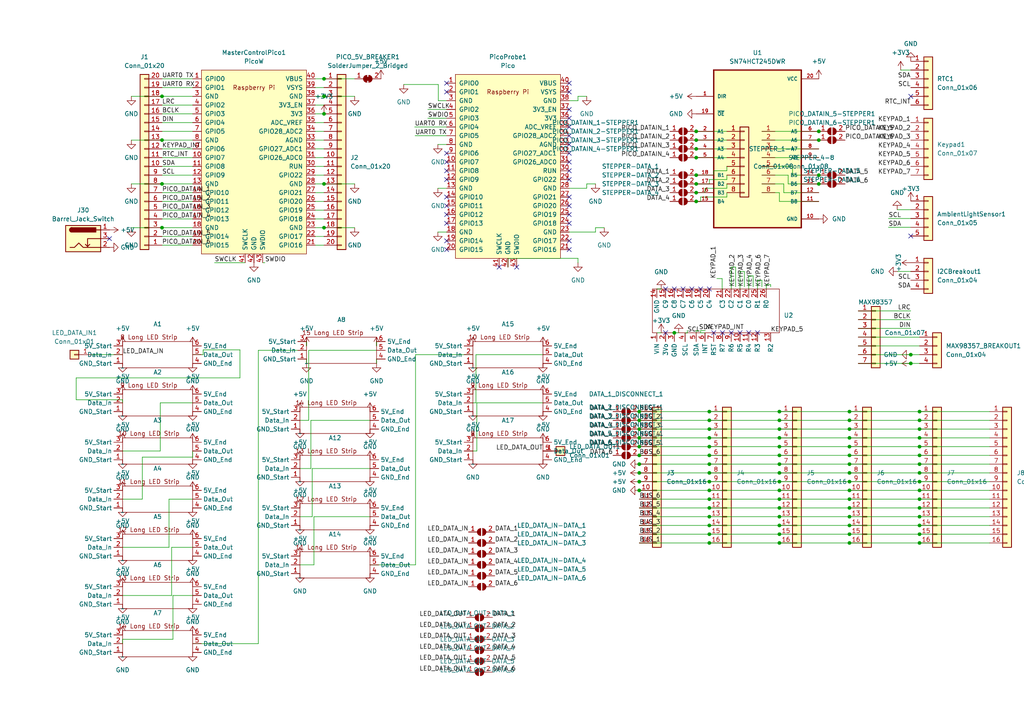
<source format=kicad_sch>
(kicad_sch (version 20230121) (generator eeschema)
  (paper "A4")
  (junction (at 195.58 96.52))
  (junction (at 246.38 139.7))
  (junction (at 266.7 119.38))
  (junction (at 205.74 129.54))
  (junction (at 226.06 124.46))
  (junction (at 185.42 127))
  (junction (at 266.7 147.32))
  (junction (at 226.06 144.78))
  (junction (at 266.7 154.94))
  (junction (at 226.06 154.94))
  (junction (at 205.74 137.16))
  (junction (at 185.42 124.46))
  (junction (at 246.38 137.16))
  (junction (at 266.7 139.7))
  (junction (at 246.38 129.54))
  (junction (at 201.93 53.34))
  (junction (at 226.06 142.24))
  (junction (at 246.38 127))
  (junction (at 185.42 119.38))
  (junction (at 237.49 40.64))
  (junction (at 246.38 142.24))
  (junction (at 205.74 154.94))
  (junction (at 264.16 105.41))
  (junction (at 266.7 149.86))
  (junction (at 246.38 149.86))
  (junction (at 264.16 102.87))
  (junction (at 266.7 124.46))
  (junction (at 266.7 142.24))
  (junction (at 266.7 129.54))
  (junction (at 185.42 132.08))
  (junction (at 205.74 149.86))
  (junction (at 201.93 58.42))
  (junction (at 226.06 157.48))
  (junction (at 266.7 127))
  (junction (at 205.74 142.24))
  (junction (at 205.74 132.08))
  (junction (at 226.06 121.92))
  (junction (at 93.98 33.02))
  (junction (at 93.98 53.34))
  (junction (at 226.06 119.38))
  (junction (at 246.38 124.46))
  (junction (at 93.98 22.86))
  (junction (at 185.42 121.92))
  (junction (at 201.93 45.72))
  (junction (at 266.7 157.48))
  (junction (at 93.98 66.04))
  (junction (at 246.38 121.92))
  (junction (at 246.38 157.48))
  (junction (at 266.7 121.92))
  (junction (at 246.38 147.32))
  (junction (at 201.93 40.64))
  (junction (at 266.7 132.08))
  (junction (at 201.93 50.8))
  (junction (at 266.7 144.78))
  (junction (at 201.93 43.18))
  (junction (at 185.42 134.62))
  (junction (at 266.7 152.4))
  (junction (at 185.42 137.16))
  (junction (at 46.99 27.94))
  (junction (at 266.7 137.16))
  (junction (at 246.38 119.38))
  (junction (at 46.99 66.04))
  (junction (at 205.74 127))
  (junction (at 185.42 129.54))
  (junction (at 205.74 144.78))
  (junction (at 46.99 40.64))
  (junction (at 237.49 50.8))
  (junction (at 226.06 134.62))
  (junction (at 226.06 137.16))
  (junction (at 226.06 129.54))
  (junction (at 226.06 132.08))
  (junction (at 205.74 119.38))
  (junction (at 246.38 154.94))
  (junction (at 266.7 134.62))
  (junction (at 226.06 152.4))
  (junction (at 237.49 53.34))
  (junction (at 205.74 121.92))
  (junction (at 201.93 55.88))
  (junction (at 205.74 124.46))
  (junction (at 246.38 144.78))
  (junction (at 93.98 27.94))
  (junction (at 185.42 139.7))
  (junction (at 46.99 53.34))
  (junction (at 246.38 134.62))
  (junction (at 201.93 38.1))
  (junction (at 246.38 132.08))
  (junction (at 246.38 152.4))
  (junction (at 226.06 149.86))
  (junction (at 205.74 139.7))
  (junction (at 237.49 38.1))
  (junction (at 226.06 127))
  (junction (at 205.74 152.4))
  (junction (at 226.06 147.32))
  (junction (at 205.74 157.48))
  (junction (at 226.06 139.7))
  (junction (at 205.74 134.62))
  (junction (at 205.74 147.32))
  (junction (at 185.42 142.24))
  (no_connect (at 129.54 46.99))
  (no_connect (at 219.71 96.52))
  (no_connect (at 165.1 34.29))
  (no_connect (at 165.1 46.99))
  (no_connect (at 214.63 96.52))
  (no_connect (at 165.1 31.75))
  (no_connect (at 165.1 24.13))
  (no_connect (at 264.16 68.453))
  (no_connect (at 212.09 96.52))
  (no_connect (at 165.1 44.45))
  (no_connect (at 165.1 36.83))
  (no_connect (at 129.54 62.23))
  (no_connect (at 129.54 49.53))
  (no_connect (at 129.54 59.69))
  (no_connect (at 195.58 83.82))
  (no_connect (at 165.1 39.37))
  (no_connect (at 165.1 72.39))
  (no_connect (at 165.1 49.53))
  (no_connect (at 207.01 96.52))
  (no_connect (at 198.12 83.82))
  (no_connect (at 165.1 64.77))
  (no_connect (at 129.54 44.45))
  (no_connect (at 165.1 57.15))
  (no_connect (at 144.78 77.47))
  (no_connect (at 203.2 83.82))
  (no_connect (at 193.04 83.82))
  (no_connect (at 165.1 62.23))
  (no_connect (at 165.1 59.69))
  (no_connect (at 165.1 26.67))
  (no_connect (at 200.66 83.82))
  (no_connect (at 129.54 57.15))
  (no_connect (at 209.55 96.52))
  (no_connect (at 129.54 24.13))
  (no_connect (at 129.54 52.07))
  (no_connect (at 129.54 64.77))
  (no_connect (at 165.1 69.85))
  (no_connect (at 193.04 96.52))
  (no_connect (at 31.75 69.215))
  (no_connect (at 129.54 72.39))
  (no_connect (at 264.16 27.94))
  (no_connect (at 149.86 77.47))
  (no_connect (at 129.54 26.67))
  (no_connect (at 129.54 69.85))
  (no_connect (at 165.1 41.91))
  (no_connect (at 217.17 96.52))
  (no_connect (at 165.1 52.07))
  (no_connect (at 205.74 83.82))
  (wire (pts (xy 55.88 102.87) (xy 58.928 102.87)))
  (wire (pts (xy 46.99 33.02) (xy 55.88 33.02)))
  (wire (pts (xy 266.7 127) (xy 287.02 127)))
  (wire (pts (xy 46.99 43.18) (xy 55.88 43.18)))
  (wire (pts (xy 226.06 149.86) (xy 246.38 149.86)))
  (wire (pts (xy 127.127 24.511) (xy 127.127 29.21)))
  (wire (pts (xy 185.42 157.48) (xy 205.74 157.48)))
  (wire (pts (xy 227.33 53.34) (xy 227.33 55.88)))
  (wire (pts (xy 167.64 27.94) (xy 170.18 27.94)))
  (wire (pts (xy 91.44 25.4) (xy 93.98 25.4)))
  (wire (pts (xy 120.523 163.83) (xy 120.523 102.87)))
  (wire (pts (xy 35.56 185.42) (xy 35.56 186.69)))
  (wire (pts (xy 157.48 102.87) (xy 138.049 102.87)))
  (wire (pts (xy 210.82 49.53) (xy 207.01 49.53)))
  (wire (pts (xy 91.44 66.04) (xy 93.98 66.04)))
  (wire (pts (xy 219.71 81.28) (xy 220.98 81.28)))
  (wire (pts (xy 46.99 30.48) (xy 55.88 30.48)))
  (wire (pts (xy 91.44 58.42) (xy 93.98 58.42)))
  (wire (pts (xy 167.64 29.21) (xy 167.64 27.94)))
  (wire (pts (xy 185.42 121.92) (xy 205.74 121.92)))
  (wire (pts (xy 226.06 58.42) (xy 237.49 58.42)))
  (wire (pts (xy 266.7 124.46) (xy 287.02 124.46)))
  (wire (pts (xy 210.82 55.88) (xy 210.82 57.15)))
  (wire (pts (xy 226.06 134.62) (xy 246.38 134.62)))
  (wire (pts (xy 209.4484 83.82) (xy 209.55 83.82)))
  (wire (pts (xy 185.42 144.78) (xy 205.74 144.78)))
  (wire (pts (xy 138.049 102.87) (xy 138.049 116.84)))
  (wire (pts (xy 165.1 54.61) (xy 170.18 54.61)))
  (wire (pts (xy 93.98 66.04) (xy 102.87 66.04)))
  (wire (pts (xy 246.38 119.38) (xy 266.7 119.38)))
  (wire (pts (xy 248.92 102.87) (xy 264.16 102.87)))
  (wire (pts (xy 120.396 39.37) (xy 129.54 39.37)))
  (wire (pts (xy 217.17 83.82) (xy 217.17 80.01)))
  (wire (pts (xy 226.06 139.7) (xy 246.38 139.7)))
  (wire (pts (xy 91.44 38.1) (xy 93.98 38.1)))
  (wire (pts (xy 185.42 152.4) (xy 205.74 152.4)))
  (wire (pts (xy 55.88 132.588) (xy 41.275 132.588)))
  (wire (pts (xy 91.44 43.18) (xy 93.98 43.18)))
  (wire (pts (xy 246.38 132.08) (xy 266.7 132.08)))
  (wire (pts (xy 207.01 49.53) (xy 207.01 50.8)))
  (wire (pts (xy 124.079 34.29) (xy 129.54 34.29)))
  (wire (pts (xy 205.74 124.46) (xy 226.06 124.46)))
  (wire (pts (xy 38.1 27.94) (xy 46.99 27.94)))
  (wire (pts (xy 246.38 127) (xy 266.7 127)))
  (wire (pts (xy 91.44 63.5) (xy 93.98 63.5)))
  (wire (pts (xy 55.88 158.75) (xy 49.784 158.75)))
  (wire (pts (xy 246.38 144.78) (xy 266.7 144.78)))
  (wire (pts (xy 246.38 139.7) (xy 266.7 139.7)))
  (wire (pts (xy 220.98 50.8) (xy 228.6 50.8)))
  (wire (pts (xy 218.44 80.01) (xy 218.44 83.185)))
  (wire (pts (xy 91.44 55.88) (xy 93.98 55.88)))
  (wire (pts (xy 201.93 38.1) (xy 210.82 38.1)))
  (wire (pts (xy 38.1 53.34) (xy 46.99 53.34)))
  (wire (pts (xy 55.88 130.81) (xy 55.88 132.588)))
  (wire (pts (xy 205.74 52.07) (xy 205.74 53.34)))
  (wire (pts (xy 266.7 121.92) (xy 287.02 121.92)))
  (wire (pts (xy 205.74 152.4) (xy 226.06 152.4)))
  (wire (pts (xy 220.98 40.64) (xy 237.49 40.64)))
  (wire (pts (xy 205.74 134.62) (xy 226.06 134.62)))
  (wire (pts (xy 22.098 109.601) (xy 22.098 115.951)))
  (wire (pts (xy 147.32 74.93) (xy 167.64 74.93)))
  (wire (pts (xy 91.44 71.12) (xy 93.98 71.12)))
  (wire (pts (xy 165.1 29.21) (xy 167.64 29.21)))
  (wire (pts (xy 91.44 30.48) (xy 93.98 30.48)))
  (wire (pts (xy 185.42 119.38) (xy 205.74 119.38)))
  (wire (pts (xy 35.56 158.75) (xy 49.022 158.75)))
  (wire (pts (xy 205.74 132.08) (xy 226.06 132.08)))
  (wire (pts (xy 107.315 135.89) (xy 90.551 135.89)))
  (wire (pts (xy 127 54.61) (xy 129.54 54.61)))
  (wire (pts (xy 246.38 157.48) (xy 266.7 157.48)))
  (wire (pts (xy 91.44 22.86) (xy 93.98 22.86)))
  (wire (pts (xy 207.9244 80.7974) (xy 209.4484 80.7974)))
  (wire (pts (xy 199.3504 95.885) (xy 199.39 95.885)))
  (wire (pts (xy 215.9 78.74) (xy 215.9 83.185)))
  (wire (pts (xy 257.683 63.373) (xy 264.16 63.373)))
  (wire (pts (xy 205.74 157.48) (xy 226.06 157.48)))
  (wire (pts (xy 26.67 102.87) (xy 35.56 102.87)))
  (wire (pts (xy 266.7 144.78) (xy 287.02 144.78)))
  (wire (pts (xy 266.7 149.86) (xy 287.02 149.86)))
  (wire (pts (xy 41.275 132.588) (xy 41.275 144.78)))
  (wire (pts (xy 214.63 83.82) (xy 214.63 78.74)))
  (wire (pts (xy 210.82 57.15) (xy 203.2 57.15)))
  (wire (pts (xy 203.2 96.52) (xy 204.47 96.52)))
  (wire (pts (xy 185.42 154.94) (xy 205.74 154.94)))
  (wire (pts (xy 35.56 115.951) (xy 35.56 116.84)))
  (wire (pts (xy 201.93 45.72) (xy 210.82 45.72)))
  (wire (pts (xy 226.06 55.88) (xy 226.06 58.42)))
  (wire (pts (xy 107.315 149.86) (xy 91.059 149.86)))
  (wire (pts (xy 203.2 96.52) (xy 203.2 95.885)))
  (wire (pts (xy 89.535 121.92) (xy 86.995 121.92)))
  (wire (pts (xy 185.42 134.62) (xy 205.74 134.62)))
  (wire (pts (xy 226.06 142.24) (xy 246.38 142.24)))
  (wire (pts (xy 167.64 74.93) (xy 167.64 76.2)))
  (wire (pts (xy 69.596 101.473) (xy 69.596 109.601)))
  (wire (pts (xy 46.99 60.96) (xy 55.88 60.96)))
  (wire (pts (xy 58.928 102.87) (xy 58.928 101.473)))
  (wire (pts (xy 46.99 55.88) (xy 55.88 55.88)))
  (wire (pts (xy 226.06 124.46) (xy 246.38 124.46)))
  (wire (pts (xy 226.06 119.38) (xy 246.38 119.38)))
  (wire (pts (xy 46.99 53.34) (xy 55.88 53.34)))
  (wire (pts (xy 266.7 157.48) (xy 287.02 157.48)))
  (wire (pts (xy 127 41.91) (xy 129.54 41.91)))
  (wire (pts (xy 205.74 119.38) (xy 226.06 119.38)))
  (wire (pts (xy 49.784 158.75) (xy 49.784 172.72)))
  (wire (pts (xy 266.7 154.94) (xy 287.02 154.94)))
  (wire (pts (xy 203.2 95.885) (xy 204.5845 95.885)))
  (wire (pts (xy 46.99 27.94) (xy 55.88 27.94)))
  (wire (pts (xy 223.52 82.55) (xy 223.52 83.185)))
  (wire (pts (xy 226.06 137.16) (xy 246.38 137.16)))
  (wire (pts (xy 46.99 40.64) (xy 55.88 40.64)))
  (wire (pts (xy 248.92 105.41) (xy 264.16 105.41)))
  (wire (pts (xy 91.44 45.72) (xy 93.98 45.72)))
  (wire (pts (xy 55.88 172.72) (xy 50.165 172.72)))
  (wire (pts (xy 46.99 25.4) (xy 55.88 25.4)))
  (wire (pts (xy 229.87 48.26) (xy 229.87 50.8)))
  (wire (pts (xy 266.7 97.79) (xy 248.92 97.79)))
  (wire (pts (xy 266.7 132.08) (xy 287.02 132.08)))
  (wire (pts (xy 266.7 139.7) (xy 287.02 139.7)))
  (wire (pts (xy 260.35 78.74) (xy 264.16 78.74)))
  (wire (pts (xy 246.38 134.62) (xy 266.7 134.62)))
  (wire (pts (xy 138.303 130.81) (xy 137.16 130.81)))
  (wire (pts (xy 217.17 80.01) (xy 218.44 80.01)))
  (wire (pts (xy 120.523 102.87) (xy 137.16 102.87)))
  (wire (pts (xy 117.094 24.511) (xy 127.127 24.511)))
  (wire (pts (xy 190.5 83.82) (xy 191.77 83.82)))
  (wire (pts (xy 90.17 135.89) (xy 86.995 135.89)))
  (wire (pts (xy 90.551 149.86) (xy 86.995 149.86)))
  (wire (pts (xy 147.32 77.47) (xy 147.32 74.93)))
  (wire (pts (xy 93.98 53.34) (xy 102.87 53.34)))
  (wire (pts (xy 120.269 36.83) (xy 129.54 36.83)))
  (wire (pts (xy 246.38 154.94) (xy 266.7 154.94)))
  (wire (pts (xy 228.6 50.8) (xy 228.6 53.34)))
  (wire (pts (xy 185.42 132.08) (xy 205.74 132.08)))
  (wire (pts (xy 38.1 66.04) (xy 46.99 66.04)))
  (wire (pts (xy 46.482 116.84) (xy 46.482 130.81)))
  (wire (pts (xy 199.3504 96.5608) (xy 199.3504 95.885)))
  (wire (pts (xy 185.42 142.24) (xy 205.74 142.24)))
  (wire (pts (xy 248.92 95.25) (xy 264.16 95.25)))
  (wire (pts (xy 266.7 102.87) (xy 264.16 102.87)))
  (wire (pts (xy 209.4484 80.7974) (xy 209.4484 83.82)))
  (wire (pts (xy 138.303 116.84) (xy 138.303 130.81)))
  (wire (pts (xy 226.06 121.92) (xy 246.38 121.92)))
  (wire (pts (xy 248.92 90.17) (xy 264.16 90.17)))
  (wire (pts (xy 46.482 130.81) (xy 35.56 130.81)))
  (wire (pts (xy 90.17 121.92) (xy 90.17 135.89)))
  (wire (pts (xy 109.22 104.14) (xy 109.22 105.41)))
  (wire (pts (xy 246.38 152.4) (xy 266.7 152.4)))
  (wire (pts (xy 38.1 40.64) (xy 46.99 40.64)))
  (wire (pts (xy 220.98 43.18) (xy 237.49 43.18)))
  (wire (pts (xy 205.74 139.7) (xy 226.06 139.7)))
  (wire (pts (xy 205.74 127) (xy 226.06 127)))
  (wire (pts (xy 214.63 78.74) (xy 215.9 78.74)))
  (wire (pts (xy 172.72 66.04) (xy 175.26 66.04)))
  (wire (pts (xy 55.88 116.84) (xy 46.482 116.84)))
  (wire (pts (xy 50.165 172.72) (xy 50.165 185.42)))
  (wire (pts (xy 210.82 54.61) (xy 204.47 54.61)))
  (wire (pts (xy 212.09 83.82) (xy 212.09 77.47)))
  (wire (pts (xy 246.38 149.86) (xy 266.7 149.86)))
  (wire (pts (xy 205.74 154.94) (xy 226.06 154.94)))
  (wire (pts (xy 93.98 22.86) (xy 102.87 22.86)))
  (wire (pts (xy 90.551 135.89) (xy 90.551 149.86)))
  (wire (pts (xy 205.74 147.32) (xy 226.06 147.32)))
  (wire (pts (xy 157.48 116.84) (xy 138.303 116.84)))
  (wire (pts (xy 46.99 68.58) (xy 55.88 68.58)))
  (wire (pts (xy 210.82 52.07) (xy 205.74 52.07)))
  (wire (pts (xy 199.3504 96.5608) (xy 198.7154 96.5608)))
  (wire (pts (xy 220.98 55.88) (xy 226.06 55.88)))
  (wire (pts (xy 203.2 57.15) (xy 203.2 58.42)))
  (wire (pts (xy 195.58 96.52) (xy 194.9846 96.52)))
  (wire (pts (xy 88.9 99.06) (xy 88.9 100.33)))
  (wire (pts (xy 266.7 129.54) (xy 287.02 129.54)))
  (wire (pts (xy 222.25 82.55) (xy 223.52 82.55)))
  (wire (pts (xy 246.38 124.46) (xy 266.7 124.46)))
  (wire (pts (xy 226.06 154.94) (xy 246.38 154.94)))
  (wire (pts (xy 260.223 60.833) (xy 264.16 60.833)))
  (wire (pts (xy 91.44 40.64) (xy 93.98 40.64)))
  (wire (pts (xy 257.683 65.913) (xy 264.16 65.913)))
  (wire (pts (xy 226.06 157.48) (xy 246.38 157.48)))
  (wire (pts (xy 91.44 27.94) (xy 93.98 27.94)))
  (wire (pts (xy 266.7 147.32) (xy 287.02 147.32)))
  (wire (pts (xy 204.47 55.88) (xy 201.93 55.88)))
  (wire (pts (xy 207.01 50.8) (xy 201.93 50.8)))
  (wire (pts (xy 185.42 129.54) (xy 205.74 129.54)))
  (wire (pts (xy 201.93 96.52) (xy 201.93 95.885)))
  (wire (pts (xy 93.98 27.94) (xy 102.87 27.94)))
  (wire (pts (xy 266.7 100.33) (xy 248.92 100.33)))
  (wire (pts (xy 46.99 48.26) (xy 55.88 48.26)))
  (wire (pts (xy 91.44 53.34) (xy 93.98 53.34)))
  (wire (pts (xy 127.127 29.21) (xy 129.54 29.21)))
  (wire (pts (xy 50.165 185.42) (xy 35.56 185.42)))
  (wire (pts (xy 46.99 50.8) (xy 55.88 50.8)))
  (wire (pts (xy 55.88 144.78) (xy 49.022 144.78)))
  (wire (pts (xy 88.9 104.14) (xy 88.9 105.41)))
  (wire (pts (xy 201.93 95.885) (xy 202.6795 95.885)))
  (wire (pts (xy 266.7 137.16) (xy 287.02 137.16)))
  (wire (pts (xy 228.6 53.34) (xy 237.49 53.34)))
  (wire (pts (xy 266.7 134.62) (xy 287.02 134.62)))
  (wire (pts (xy 201.93 43.18) (xy 210.82 43.18)))
  (wire (pts (xy 91.44 35.56) (xy 93.98 35.56)))
  (wire (pts (xy 91.44 48.26) (xy 93.98 48.26)))
  (wire (pts (xy 266.7 152.4) (xy 287.02 152.4)))
  (wire (pts (xy 210.82 50.8) (xy 210.82 52.07)))
  (wire (pts (xy 210.82 53.34) (xy 210.82 54.61)))
  (wire (pts (xy 190.5 96.52) (xy 191.77 96.52)))
  (wire (pts (xy 261.239 20.32) (xy 264.16 20.32)))
  (wire (pts (xy 170.18 53.34) (xy 172.72 53.34)))
  (wire (pts (xy 127 67.31) (xy 129.54 67.31)))
  (wire (pts (xy 229.87 50.8) (xy 237.49 50.8)))
  (wire (pts (xy 205.74 129.54) (xy 226.06 129.54)))
  (wire (pts (xy 185.42 137.16) (xy 205.74 137.16)))
  (wire (pts (xy 220.98 81.28) (xy 220.98 83.185)))
  (wire (pts (xy 246.38 129.54) (xy 266.7 129.54)))
  (wire (pts (xy 91.059 163.83) (xy 86.995 163.83)))
  (wire (pts (xy 226.06 132.08) (xy 246.38 132.08)))
  (wire (pts (xy 205.74 121.92) (xy 226.06 121.92)))
  (wire (pts (xy 46.99 45.72) (xy 55.88 45.72)))
  (wire (pts (xy 107.315 163.83) (xy 120.523 163.83)))
  (wire (pts (xy 124.079 31.75) (xy 129.54 31.75)))
  (wire (pts (xy 74.93 101.6) (xy 88.9 101.6)))
  (wire (pts (xy 185.42 149.86) (xy 205.74 149.86)))
  (wire (pts (xy 212.09 77.47) (xy 213.36 77.47)))
  (wire (pts (xy 107.315 121.92) (xy 90.17 121.92)))
  (wire (pts (xy 266.7 142.24) (xy 287.02 142.24)))
  (wire (pts (xy 91.44 68.58) (xy 93.98 68.58)))
  (wire (pts (xy 220.98 38.1) (xy 237.49 38.1)))
  (wire (pts (xy 205.74 149.86) (xy 226.06 149.86)))
  (wire (pts (xy 185.42 147.32) (xy 205.74 147.32)))
  (wire (pts (xy 185.42 127) (xy 205.74 127)))
  (wire (pts (xy 91.44 60.96) (xy 93.98 60.96)))
  (wire (pts (xy 170.18 54.61) (xy 170.18 53.34)))
  (wire (pts (xy 220.98 45.72) (xy 237.49 45.72)))
  (wire (pts (xy 22.098 115.951) (xy 35.56 115.951)))
  (wire (pts (xy 246.38 121.92) (xy 266.7 121.92)))
  (wire (pts (xy 210.82 48.26) (xy 210.82 49.53)))
  (wire (pts (xy 49.784 172.72) (xy 35.56 172.72)))
  (wire (pts (xy 165.1 67.31) (xy 172.72 67.31)))
  (wire (pts (xy 226.06 147.32) (xy 246.38 147.32)))
  (wire (pts (xy 172.72 67.31) (xy 172.72 66.04)))
  (wire (pts (xy 226.06 129.54) (xy 246.38 129.54)))
  (wire (pts (xy 185.42 139.7) (xy 205.74 139.7)))
  (wire (pts (xy 226.06 127) (xy 246.38 127)))
  (wire (pts (xy 91.059 149.86) (xy 91.059 163.83)))
  (wire (pts (xy 203.2 58.42) (xy 201.93 58.42)))
  (wire (pts (xy 76.2 76.2) (xy 76.835 76.2)))
  (wire (pts (xy 46.99 38.1) (xy 55.88 38.1)))
  (wire (pts (xy 69.596 109.601) (xy 22.098 109.601)))
  (wire (pts (xy 226.06 144.78) (xy 246.38 144.78)))
  (wire (pts (xy 205.74 53.34) (xy 201.93 53.34)))
  (wire (pts (xy 41.275 144.78) (xy 35.56 144.78)))
  (wire (pts (xy 201.93 40.64) (xy 210.82 40.64)))
  (wire (pts (xy 246.38 142.24) (xy 266.7 142.24)))
  (wire (pts (xy 62.23 76.2) (xy 71.12 76.2)))
  (wire (pts (xy 46.99 71.12) (xy 55.88 71.12)))
  (wire (pts (xy 226.06 152.4) (xy 246.38 152.4)))
  (wire (pts (xy 195.58 96.52) (xy 196.85 96.52)))
  (wire (pts (xy 227.33 55.88) (xy 237.49 55.88)))
  (wire (pts (xy 246.38 137.16) (xy 266.7 137.16)))
  (wire (pts (xy 91.44 33.02) (xy 93.98 33.02)))
  (wire (pts (xy 220.98 48.26) (xy 229.87 48.26)))
  (wire (pts (xy 213.36 77.47) (xy 213.36 83.185)))
  (wire (pts (xy 89.535 101.6) (xy 89.535 121.92)))
  (wire (pts (xy 49.022 144.78) (xy 49.022 158.75)))
  (wire (pts (xy 204.47 54.61) (xy 204.47 55.88)))
  (wire (pts (xy 46.99 58.42) (xy 55.88 58.42)))
  (wire (pts (xy 109.22 101.6) (xy 89.535 101.6)))
  (wire (pts (xy 219.71 83.82) (xy 219.71 81.28)))
  (wire (pts (xy 91.44 50.8) (xy 93.98 50.8)))
  (wire (pts (xy 246.38 147.32) (xy 266.7 147.32)))
  (wire (pts (xy 205.74 137.16) (xy 226.06 137.16)))
  (wire (pts (xy 205.74 142.24) (xy 226.06 142.24)))
  (wire (pts (xy 46.99 22.86) (xy 55.88 22.86)))
  (wire (pts (xy 205.74 144.78) (xy 226.06 144.78)))
  (wire (pts (xy 55.88 186.69) (xy 74.93 186.69)))
  (wire (pts (xy 74.93 186.69) (xy 74.93 101.6)))
  (wire (pts (xy 248.92 92.71) (xy 264.16 92.71)))
  (wire (pts (xy 109.22 99.06) (xy 109.22 100.33)))
  (wire (pts (xy 46.99 35.56) (xy 55.88 35.56)))
  (wire (pts (xy 266.7 105.41) (xy 264.16 105.41)))
  (wire (pts (xy 58.928 101.473) (xy 69.596 101.473)))
  (wire (pts (xy 222.25 83.82) (xy 222.25 82.55)))
  (wire (pts (xy 46.99 63.5) (xy 55.88 63.5)))
  (wire (pts (xy 266.7 119.38) (xy 287.02 119.38)))
  (wire (pts (xy 220.98 53.34) (xy 227.33 53.34)))
  (wire (pts (xy 46.99 66.04) (xy 55.88 66.04)))
  (wire (pts (xy 185.42 124.46) (xy 205.74 124.46)))
  (wire (pts (xy 138.049 116.84) (xy 137.16 116.84)))
  (label "DIN" (at 264.16 95.25 180))
  (label "DATA_3" (at 143.51 160.655 0))
  (label "BUS_3" (at 185.42 152.4 0))
  (label "PICO_DATAIN_1" (at 46.99 55.88 0))
  (label "RTC_INT" (at 264.16 30.48 180))
  (label "DATA_6" (at 245.11 53.34 0))
  (label "KEYPAD_1" (at 207.9244 80.7974 90))
  (label "DATA_4" (at 177.8 127 180))
  (label "DATA_4" (at 142.875 188.595 0))
  (label "DATA_1" (at 142.875 179.07 0))
  (label "LED_DATA_OUT" (at 135.255 185.42 180))
  (label "SWCLK" (at 124.079 31.75 0))
  (label "UART0 TX" (at 46.99 22.86 0))
  (label "SWDIO" (at 76.835 76.2 0))
  (label "LED_DATA_IN" (at 35.56 102.87 0))
  (label "BUS_4" (at 185.42 127 0))
  (label "DATA_5" (at 177.8 129.54 180))
  (label "SWDIO" (at 124.079 34.29 0))
  (label "LED_DATA_OUT" (at 135.255 182.245 180))
  (label "PICO_DATAIN_4" (at 194.31 45.72 180))
  (label "LED_DATA_IN" (at 135.89 160.655 180))
  (label "SWCLK" (at 62.23 76.2 0))
  (label "KEYPAD_4" (at 218.44 83.185 90))
  (label "LED_DATA_OUT" (at 135.255 179.07 180))
  (label "PICO_DATAIN_5" (at 245.11 38.1 0))
  (label "BUS_5" (at 185.42 147.32 0))
  (label "SDA" (at 202.6795 95.885 0))
  (label "BCLK" (at 264.16 92.71 180))
  (label "DATA_1" (at 194.31 50.8 180))
  (label "KEYPAD_3" (at 215.9 83.185 90))
  (label "SCL" (at 257.683 63.373 0))
  (label "DATA_5" (at 245.11 50.8 0))
  (label "PICO_DATAIN_6" (at 245.11 40.64 0))
  (label "DATA_6" (at 142.875 194.945 0))
  (label "KEYPAD_5" (at 264.16 45.72 180))
  (label "KEYPAD_INT" (at 46.99 43.18 0))
  (label "KEYPAD_7" (at 264.16 50.8 180))
  (label "SDA" (at 264.16 83.82 180))
  (label "BUS_2" (at 185.42 154.94 0))
  (label "KEYPAD_4" (at 264.16 43.18 180))
  (label "LED_DATA_IN" (at 135.89 167.005 180))
  (label "BUS_6" (at 185.42 132.08 0))
  (label "UART0 RX" (at 120.269 36.83 0))
  (label "KEYPAD_INT" (at 204.5845 95.885 0))
  (label "DATA_4" (at 143.51 163.83 0))
  (label "LED_DATA_IN" (at 135.89 163.83 180))
  (label "KEYPAD_2" (at 264.16 38.1 180))
  (label "DATA_1" (at 143.51 154.305 0))
  (label "KEYPAD_6" (at 264.16 48.26 180))
  (label "BUS_3" (at 185.42 124.46 0))
  (label "KEYPAD_6" (at 220.98 83.185 90))
  (label "SCL" (at 46.99 50.8 0))
  (label "DATA_2" (at 177.8 121.92 180))
  (label "SDA" (at 264.16 22.86 180))
  (label "DATA_6" (at 143.51 170.18 0))
  (label "RTC_INT" (at 46.99 45.72 0))
  (label "SCL" (at 199.3504 96.5608 0))
  (label "BUS_5" (at 185.42 129.54 0))
  (label "LRC" (at 46.99 30.48 0))
  (label "LED_DATA_OUT" (at 157.48 130.81 180))
  (label "DIN" (at 46.99 35.56 0))
  (label "SCL" (at 264.16 25.4 180))
  (label "KEYPAD_2" (at 213.36 83.185 90))
  (label "PICO_DATAIN_2" (at 194.31 40.64 180))
  (label "SDA" (at 257.683 65.913 0))
  (label "KEYPAD_5" (at 223.52 96.52 0))
  (label "PICO_DATAIN_3" (at 194.31 43.18 180))
  (label "PICO_DATAIN_3" (at 46.99 60.96 0))
  (label "PICO_DATAIN_2" (at 46.99 58.42 0))
  (label "PICO_DATAIN_1" (at 194.31 38.1 180))
  (label "UART0 RX" (at 46.99 25.4 0))
  (label "PICO_DATAIN_6" (at 46.99 71.12 0))
  (label "BUS_4" (at 185.42 149.86 0))
  (label "PICO_DATAIN_5" (at 46.99 68.58 0))
  (label "LED_DATA_OUT" (at 135.255 191.77 180))
  (label "BUS_1" (at 185.42 119.38 0))
  (label "BUS_1" (at 185.42 157.48 0))
  (label "DATA_2" (at 194.31 53.34 180))
  (label "DATA_3" (at 142.875 185.42 0))
  (label "DATA_1" (at 177.8 119.38 180))
  (label "LED_DATA_IN" (at 135.89 170.18 180))
  (label "DATA_4" (at 194.31 58.42 180))
  (label "DATA_5" (at 142.875 191.77 0))
  (label "DATA_5" (at 143.51 167.005 0))
  (label "DATA_3" (at 194.31 55.88 180))
  (label "PICO_DATAIN_4" (at 46.99 63.5 0))
  (label "KEYPAD_3" (at 264.16 40.64 180))
  (label "LRC" (at 264.16 90.17 180))
  (label "DATA_2" (at 142.875 182.245 0))
  (label "LED_DATA_OUT" (at 135.255 194.945 180))
  (label "SDA" (at 46.99 48.26 0))
  (label "LED_DATA_IN" (at 135.89 154.305 180))
  (label "DATA_3" (at 177.8 124.46 180))
  (label "BUS_6" (at 185.42 144.78 0))
  (label "LED_DATA_IN" (at 135.89 157.48 180))
  (label "KEYPAD_1" (at 264.16 35.56 180))
  (label "DATA_2" (at 143.51 157.48 0))
  (label "BCLK" (at 46.99 33.02 0))
  (label "UART0 TX" (at 120.396 39.37 0))
  (label "LED_DATA_OUT" (at 135.255 188.595 180))
  (label "DATA_6" (at 177.8 132.08 180))
  (label "KEYPAD_7" (at 223.52 83.185 90))
  (label "SCL" (at 264.16 81.28 180))
  (label "BUS_2" (at 185.42 121.92 0))
  (symbol (lib_id "Jumper:SolderJumper_2_Open") (at 139.7 163.83 0) (unit 1)
    (property "Reference" "LED_DATA_IN-DATA_4" (at 160.02 162.56 0))
    (property "Value" "SolderJumper_2_Open" (effects hide))
    (property "Footprint" "Jumper:SolderJumper-2_P1.3mm_Open_TrianglePad1.0x1.5mm" (effects hide))
  )
  (symbol (lib_id "LED_Strips:12_Long_Standard") (at 35.56 162.56 0) (unit 1)
    (property "Reference" "A5" (at 45.72 149.86 0))
    (property "Value" "~" (at 35.56 162.56 0))
    (property "Footprint" "LED_Strips:12_Long_Standard" (effects hide))
  )
  (symbol (lib_id "power:+5V") (at 157.48 128.27 0) (unit 1)
    (property "Reference" "#PWR085" (effects hide))
    (property "Value" "+5V" (at 157.48 123.19 0))
  )
  (symbol (lib_id "power:GND") (at 185.42 134.62 270) (unit 1)
    (property "Reference" "#PWR094" (effects hide))
    (property "Value" "GND" (at 181.61 134.62 90) (effects (justify right)))
  )
  (symbol (lib_id "LED_Strips:9_Long_Standard") (at 35.56 120.65 0) (unit 1)
    (property "Reference" "A2" (at 45.72 107.95 0))
    (property "Value" "~" (at 35.56 120.65 0))
    (property "Footprint" "LED_Strips:9_Long_Standard" (effects hide))
  )
  (symbol (lib_id "power:GND") (at 35.56 189.23 0) (unit 1)
    (property "Reference" "#PWR031" (effects hide))
    (property "Value" "GND" (at 35.56 194.31 0))
  )
  (symbol (lib_id "Connector_Generic:Conn_01x08") (at 215.9 45.72 0) (unit 1)
    (property "Reference" "STEPPER_1-4" (at 217.17 43.18 0) (effects (justify left)))
    (property "Value" "Conn_01x08" (at 218.44 48.26 0) (effects (justify left)))
    (property "Footprint" "Connector_PinHeader_2.54mm:PinHeader_1x08_P2.54mm_Vertical" (effects hide))
  )
  (symbol (lib_id "power:GND") (at 31.75 71.755 90) (unit 1)
    (property "Reference" "#PWR0106" (effects hide))
    (property "Value" "GND" (at 34.925 71.755 90) (effects (justify right)))
  )
  (symbol (lib_id "power:+3V3") (at 264.16 58.293 0) (unit 1)
    (property "Reference" "#PWR087" (effects hide))
    (property "Value" "+3V3" (at 264.16 54.737 0))
  )
  (symbol (lib_id "power:+5V") (at 107.315 133.35 0) (unit 1)
    (property "Reference" "#PWR073" (effects hide))
    (property "Value" "+5V" (at 107.315 128.27 0))
  )
  (symbol (lib_id "LED_Strips:12_Long_Standard") (at 86.995 153.67 0) (unit 1)
    (property "Reference" "A13" (at 97.155 140.97 0))
    (property "Value" "~" (at 86.995 153.67 0))
    (property "Footprint" "LED_Strips:12_Long_Standard" (effects hide))
  )
  (symbol (lib_id "Connector_Generic:Conn_01x16") (at 190.5 137.16 0) (unit 1)
    (property "Reference" "J3" (at 193.294 137.16 0) (effects (justify left)))
    (property "Value" "Conn_01x16" (at 193.294 139.7 0) (effects (justify left)))
    (property "Footprint" "Connector_PinHeader_2.54mm:PinHeader_1x16_P2.54mm_Vertical" (effects hide))
  )
  (symbol (lib_id "power:GND") (at 157.48 119.38 0) (unit 1)
    (property "Reference" "#PWR048" (effects hide))
    (property "Value" "GND" (at 157.48 124.46 0))
  )
  (symbol (lib_id "power:+5V") (at 55.88 128.27 0) (unit 1)
    (property "Reference" "#PWR057" (effects hide))
    (property "Value" "+5V" (at 55.88 123.19 0))
  )
  (symbol (lib_id "Connector_Generic:Conn_01x16") (at 292.1 137.16 0) (unit 1)
    (property "Reference" "J8" (at 294.894 137.16 0) (effects (justify left)))
    (property "Value" "Conn_01x16" (at 294.894 139.7 0) (effects (justify left)))
    (property "Footprint" "Connector_PinHeader_2.54mm:PinHeader_1x16_P2.54mm_Vertical" (effects hide))
  )
  (symbol (lib_id "power:GND") (at 35.56 119.38 0) (unit 1)
    (property "Reference" "#PWR021" (effects hide))
    (property "Value" "GND" (at 35.56 124.46 0))
  )
  (symbol (lib_id "power:GND") (at 127 41.91 0) (unit 1)
    (property "Reference" "#PWR09" (effects hide))
    (property "Value" "GND" (at 127 46.99 0))
  )
  (symbol (lib_id "Jumper:SolderJumper_2_Open") (at 139.065 185.42 0) (unit 1)
    (property "Reference" "LED_DATA_OUT-DATA_3" (at 138.43 185.42 0))
    (property "Value" "SolderJumper_2_Open" (effects hide))
    (property "Footprint" "Jumper:SolderJumper-2_P1.3mm_Open_TrianglePad1.0x1.5mm" (effects hide))
  )
  (symbol (lib_id "power:GND") (at 102.87 53.34 0) (unit 1)
    (property "Reference" "#PWR06" (effects hide))
    (property "Value" "GND" (at 102.87 58.42 0))
  )
  (symbol (lib_id "power:+5V") (at 86.995 119.38 0) (unit 1)
    (property "Reference" "#PWR060" (effects hide))
    (property "Value" "+5V" (at 86.995 114.3 0))
  )
  (symbol (lib_id "power:GND") (at 35.56 105.41 0) (unit 1)
    (property "Reference" "#PWR018" (effects hide))
    (property "Value" "GND" (at 35.56 110.49 0))
  )
  (symbol (lib_id "power:+5V") (at 109.22 100.33 0) (unit 1)
    (property "Reference" "#PWR079" (effects hide))
    (property "Value" "+5V" (at 109.22 95.25 0))
  )
  (symbol (lib_id "Connector_Generic:Conn_01x16") (at 231.14 137.16 0) (unit 1)
    (property "Reference" "J5" (at 233.934 137.16 0) (effects (justify left)))
    (property "Value" "Conn_01x16" (at 233.934 139.7 0) (effects (justify left)))
    (property "Footprint" "Connector_PinHeader_2.54mm:PinHeader_1x16_P2.54mm_Vertical" (effects hide))
  )
  (symbol (lib_id "power:+5V") (at 35.56 114.3 0) (unit 1)
    (property "Reference" "#PWR055" (effects hide))
    (property "Value" "+5V" (at 35.56 109.22 0))
  )
  (symbol (lib_id "power:GND") (at 237.49 63.5 90) (unit 1)
    (property "Reference" "#PWR099" (effects hide))
    (property "Value" "GND" (at 241.3 63.5 90) (effects (justify right)))
  )
  (symbol (lib_id "LED_Strips:10_Long_Standard") (at 137.16 106.68 0) (unit 1)
    (property "Reference" "A15" (at 147.32 93.98 0))
    (property "Value" "~" (at 137.16 106.68 0))
    (property "Footprint" "LED_Strips:10_Long_Standard" (effects hide))
  )
  (symbol (lib_id "Jumper:SolderJumper_2_Open") (at 181.61 124.46 0) (unit 1)
    (property "Reference" "DATA_3_DISCONNECT_1" (at 181.61 120.65 0))
    (property "Value" "SolderJumper_2_Open" (effects hide))
    (property "Footprint" "Jumper:SolderJumper-2_P1.3mm_Open_TrianglePad1.0x1.5mm" (effects hide))
  )
  (symbol (lib_id "power:+5V") (at 107.315 147.32 0) (unit 1)
    (property "Reference" "#PWR072" (effects hide))
    (property "Value" "+5V" (at 107.315 142.24 0))
  )
  (symbol (lib_id "Jumper:SolderJumper_2_Open") (at 181.61 119.38 0) (unit 1)
    (property "Reference" "DATA_1_DISCONNECT_1" (at 181.61 114.3 0))
    (property "Value" "SolderJumper_2_Open" (effects hide))
    (property "Footprint" "Jumper:SolderJumper-2_P1.3mm_Open_TrianglePad1.0x1.5mm" (effects hide))
  )
  (symbol (lib_id "power:GND") (at 191.77 83.82 180) (unit 1)
    (property "Reference" "#PWR0103" (effects hide))
    (property "Value" "GND" (at 191.77 78.867 0))
  )
  (symbol (lib_id "power:+5V") (at 55.88 100.33 0) (unit 1)
    (property "Reference" "#PWR053" (effects hide))
    (property "Value" "+5V" (at 55.88 95.25 0))
  )
  (symbol (lib_id "Jumper:SolderJumper_2_Open") (at 139.7 170.18 0) (unit 1)
    (property "Reference" "LED_DATA_IN-DATA_6" (at 160.02 167.64 0))
    (property "Value" "SolderJumper_2_Open" (effects hide))
    (property "Footprint" "Jumper:SolderJumper-2_P1.3mm_Open_TrianglePad1.0x1.5mm" (effects hide))
  )
  (symbol (lib_id "power:GND") (at 35.56 161.29 0) (unit 1)
    (property "Reference" "#PWR026" (effects hide))
    (property "Value" "GND" (at 35.56 166.37 0))
  )
  (symbol (lib_id "LED_Strips:13_Long_Standard") (at 86.995 139.7 0) (unit 1)
    (property "Reference" "A12" (at 97.155 127 0))
    (property "Value" "~" (at 86.995 139.7 0))
    (property "Footprint" "LED_Strips:13_Long_Standard" (effects hide))
  )
  (symbol (lib_id "Jumper:SolderJumper_2_Open") (at 139.065 194.945 0) (unit 1)
    (property "Reference" "LED_DATA_OUT-DATA_6" (at 138.43 194.31 0))
    (property "Value" "SolderJumper_2_Open" (effects hide))
    (property "Footprint" "Jumper:SolderJumper-2_P1.3mm_Open_TrianglePad1.0x1.5mm" (effects hide))
  )
  (symbol (lib_id "Connector_Generic:Conn_01x06") (at 269.24 22.86 0) (unit 1)
    (property "Reference" "RTC1" (at 271.78 22.86 0) (effects (justify left)))
    (property "Value" "Conn_01x06" (at 271.78 25.4 0) (effects (justify left)))
    (property "Footprint" "Connector_PinHeader_2.54mm:PinHeader_1x06_P2.54mm_Vertical" (effects hide))
  )
  (symbol (lib_id "Jumper:SolderJumper_2_Open") (at 198.12 38.1 0) (unit 1)
    (property "Reference" "PICO_DATAIN_1-STEPPER1" (at 172.72 35.56 0))
    (property "Value" "SolderJumper_2_Open" (effects hide))
    (property "Footprint" "Jumper:SolderJumper-2_P1.3mm_Open_TrianglePad1.0x1.5mm" (effects hide))
  )
  (symbol (lib_id "Connector:Barrel_Jack_Switch") (at 24.13 69.215 0) (unit 1)
    (property "Reference" "J30" (at 24.13 60.96 0))
    (property "Value" "Barrel_Jack_Switch" (at 24.13 63.5 0))
    (property "Footprint" "Connector_BarrelJack:BarrelJack_Horizontal" (effects hide))
  )
  (symbol (lib_id "power:GND") (at 157.48 133.35 0) (unit 1)
    (property "Reference" "#PWR049" (effects hide))
    (property "Value" "GND" (at 157.48 138.43 0))
  )
  (symbol (lib_id "power:GND") (at 137.16 105.41 0) (unit 1)
    (property "Reference" "#PWR046" (effects hide))
    (property "Value" "GND" (at 137.16 110.49 0))
  )
  (symbol (lib_id "power:+5V") (at 110.49 22.86 0) (unit 1)
    (property "Reference" "#PWR017" (effects hide))
    (property "Value" "+5V" (at 110.49 17.78 0))
  )
  (symbol (lib_id "power:+5V") (at 55.88 114.3 0) (unit 1)
    (property "Reference" "#PWR054" (effects hide))
    (property "Value" "+5V" (at 55.88 109.22 0))
  )
  (symbol (lib_id "power:GND") (at 107.315 124.46 0) (unit 1)
    (property "Reference" "#PWR039" (effects hide))
    (property "Value" "GND" (at 107.315 129.54 0))
  )
  (symbol (lib_id "Jumper:SolderJumper_2_Open") (at 181.61 129.54 0) (unit 1)
    (property "Reference" "DATA_5_DISCONNECT_1" (at 181.61 125.73 0))
    (property "Value" "SolderJumper_2_Open" (effects hide))
    (property "Footprint" "Jumper:SolderJumper-2_P1.3mm_Open_TrianglePad1.0x1.5mm" (effects hide))
  )
  (symbol (lib_id "Connector_Generic:Conn_01x05") (at 269.24 63.373 0) (unit 1)
    (property "Reference" "AmbientLightSensor1" (at 271.78 62.103 0) (effects (justify left)))
    (property "Value" "Conn_01x05" (at 271.78 64.643 0) (effects (justify left)))
    (property "Footprint" "Connector_PinHeader_2.54mm:PinHeader_1x05_P2.54mm_Vertical" (effects hide))
  )
  (symbol (lib_id "power:+3V3") (at 191.77 96.52 0) (unit 1)
    (property "Reference" "#PWR0102" (effects hide))
    (property "Value" "+3V3" (at 191.77 92.964 0))
  )
  (symbol (lib_id "power:GND") (at 127 54.61 0) (unit 1)
    (property "Reference" "#PWR011" (effects hide))
    (property "Value" "GND" (at 127 59.69 0))
  )
  (symbol (lib_id "power:GND") (at 264.16 17.78 180) (unit 1)
    (property "Reference" "#PWR090" (effects hide))
    (property "Value" "GND" (at 264.16 12.7 0))
  )
  (symbol (lib_id "power:GND") (at 35.56 133.35 0) (unit 1)
    (property "Reference" "#PWR022" (effects hide))
    (property "Value" "GND" (at 35.56 138.43 0))
  )
  (symbol (lib_id "power:GND") (at 157.48 105.41 0) (unit 1)
    (property "Reference" "#PWR047" (effects hide))
    (property "Value" "GND" (at 157.48 110.49 0))
  )
  (symbol (lib_id "power:GND") (at 55.88 133.35 0) (unit 1)
    (property "Reference" "#PWR023" (effects hide))
    (property "Value" "GND" (at 55.88 138.43 0))
  )
  (symbol (lib_id "Jumper:SolderJumper_2_Open") (at 139.7 157.48 0) (unit 1)
    (property "Reference" "LED_DATA_IN-DATA_2" (at 160.02 154.94 0))
    (property "Value" "SolderJumper_2_Open" (effects hide))
    (property "Footprint" "Jumper:SolderJumper-2_P1.3mm_Open_TrianglePad1.0x1.5mm" (effects hide))
  )
  (symbol (lib_id "power:+5V") (at 86.995 133.35 0) (unit 1)
    (property "Reference" "#PWR074" (effects hide))
    (property "Value" "+5V" (at 86.995 128.27 0))
  )
  (symbol (lib_id "power:GND") (at 107.315 152.4 0) (unit 1)
    (property "Reference" "#PWR035" (effects hide))
    (property "Value" "GND" (at 107.315 157.48 0))
  )
  (symbol (lib_id "power:+5V") (at 35.56 184.15 0) (unit 1)
    (property "Reference" "#PWR067" (effects hide))
    (property "Value" "+5V" (at 35.56 179.07 0))
  )
  (symbol (lib_id "power:GND") (at 170.18 27.94 0) (unit 1)
    (property "Reference" "#PWR014" (effects hide))
    (property "Value" "GND" (at 170.18 33.02 0))
  )
  (symbol (lib_id "power:GND") (at 86.995 124.46 0) (unit 1)
    (property "Reference" "#PWR038" (effects hide))
    (property "Value" "GND" (at 86.995 129.54 0))
  )
  (symbol (lib_id "Connector_Generic:Conn_01x07") (at 269.24 43.18 0) (unit 1)
    (property "Reference" "Keypad1" (at 271.78 41.91 0) (effects (justify left)))
    (property "Value" "Conn_01x07" (at 271.78 44.45 0) (effects (justify left)))
    (property "Footprint" "Connector_PinHeader_2.54mm:PinHeader_1x07_P2.54mm_Vertical" (effects hide))
  )
  (symbol (lib_id "power:GND") (at 137.16 133.35 0) (unit 1)
    (property "Reference" "#PWR050" (effects hide))
    (property "Value" "GND" (at 137.16 138.43 0))
  )
  (symbol (lib_id "power:GND") (at 107.315 166.37 0) (unit 1)
    (property "Reference" "#PWR032" (effects hide))
    (property "Value" "GND" (at 107.315 171.45 0))
  )
  (symbol (lib_id "power:+5V") (at 55.88 142.24 0) (unit 1)
    (property "Reference" "#PWR061" (effects hide))
    (property "Value" "+5V" (at 55.88 137.16 0))
  )
  (symbol (lib_id "power:GND") (at 35.56 175.26 0) (unit 1)
    (property "Reference" "#PWR029" (effects hide))
    (property "Value" "GND" (at 35.56 180.34 0))
  )
  (symbol (lib_id "power:GND") (at 86.995 152.4 0) (unit 1)
    (property "Reference" "#PWR034" (effects hide))
    (property "Value" "GND" (at 86.995 157.48 0))
  )
  (symbol (lib_id "Connector_Generic:Conn_01x16") (at 210.82 137.16 0) (unit 1)
    (property "Reference" "J4" (at 213.614 137.16 0) (effects (justify left)))
    (property "Value" "Conn_01x16" (at 213.614 139.7 0) (effects (justify left)))
    (property "Footprint" "Connector_PinHeader_2.54mm:PinHeader_1x16_P2.54mm_Vertical" (effects hide))
  )
  (symbol (lib_id "Jumper:SolderJumper_2_Open") (at 181.61 132.08 0) (unit 1)
    (property "Reference" "DATA_6_DISCONNECT_1" (at 181.61 128.27 0))
    (property "Value" "SolderJumper_2_Open" (effects hide))
    (property "Footprint" "Jumper:SolderJumper-2_P1.3mm_Open_TrianglePad1.0x1.5mm" (effects hide))
  )
  (symbol (lib_id "Jumper:SolderJumper_2_Open") (at 241.3 53.34 0) (unit 1)
    (property "Reference" "STEPPER-DATA_6" (at 241.3 52.07 0))
    (property "Value" "SolderJumper_2_Open" (effects hide))
    (property "Footprint" "Jumper:SolderJumper-2_P1.3mm_Open_TrianglePad1.0x1.5mm" (effects hide))
  )
  (symbol (lib_id "LED_Strips:11_Long_Standard") (at 35.56 148.59 0) (unit 1)
    (property "Reference" "A4" (at 45.72 135.89 0))
    (property "Value" "~" (at 35.56 148.59 0))
    (property "Footprint" "LED_Strips:11_Long_Standard" (effects hide))
  )
  (symbol (lib_id "power:GND") (at 73.66 76.2 0) (unit 1)
    (property "Reference" "#PWR08" (effects hide))
    (property "Value" "GND" (at 73.66 81.28 0))
  )
  (symbol (lib_id "LED_Strips:14_Long_Standard") (at 35.56 190.5 0) (unit 1)
    (property "Reference" "A7" (at 45.72 177.8 0))
    (property "Value" "~" (at 35.56 190.5 0))
    (property "Footprint" "LED_Strips:14_Long_Standard" (effects hide))
  )
  (symbol (lib_id "Jumper:SolderJumper_2_Open") (at 139.065 188.595 0) (unit 1)
    (property "Reference" "LED_DATA_OUT-DATA_4" (at 138.43 187.96 0))
    (property "Value" "SolderJumper_2_Open" (effects hide))
    (property "Footprint" "Jumper:SolderJumper-2_P1.3mm_Open_TrianglePad1.0x1.5mm" (effects hide))
  )
  (symbol (lib_id "power:GND") (at 38.1 27.94 0) (unit 1)
    (property "Reference" "#PWR01" (effects hide))
    (property "Value" "GND" (at 38.1 33.02 0))
  )
  (symbol (lib_id "LED_Strips:8_Long_Standard") (at 35.56 106.68 0) (unit 1)
    (property "Reference" "A1" (at 45.72 93.98 0))
    (property "Value" "~" (at 35.56 106.68 0))
    (property "Footprint" "LED_Strips:8_Long_Standard" (effects hide))
  )
  (symbol (lib_id "power:GND") (at 55.88 119.38 0) (unit 1)
    (property "Reference" "#PWR020" (effects hide))
    (property "Value" "GND" (at 55.88 124.46 0))
  )
  (symbol (lib_id "power:+5V") (at 35.56 142.24 0) (unit 1)
    (property "Reference" "#PWR062" (effects hide))
    (property "Value" "+5V" (at 35.56 137.16 0))
  )
  (symbol (lib_id "power:GND") (at 35.56 147.32 0) (unit 1)
    (property "Reference" "#PWR025" (effects hide))
    (property "Value" "GND" (at 35.56 152.4 0))
  )
  (symbol (lib_id "power:GND") (at 88.9 105.41 0) (unit 1)
    (property "Reference" "#PWR045" (effects hide))
    (property "Value" "GND" (at 88.9 110.49 0))
  )
  (symbol (lib_id "Connector_Generic:Conn_01x16") (at 271.78 137.16 0) (unit 1)
    (property "Reference" "J7" (at 274.574 137.16 0) (effects (justify left)))
    (property "Value" "Conn_01x16" (at 274.574 139.7 0) (effects (justify left)))
    (property "Footprint" "Connector_PinHeader_2.54mm:PinHeader_1x16_P2.54mm_Vertical" (effects hide))
  )
  (symbol (lib_id "Jumper:SolderJumper_2_Open") (at 139.7 160.655 0) (unit 1)
    (property "Reference" "LED_DATA_IN-DATA_3" (at 160.02 157.48 0))
    (property "Value" "SolderJumper_2_Open" (effects hide))
    (property "Footprint" "Jumper:SolderJumper-2_P1.3mm_Open_TrianglePad1.0x1.5mm" (effects hide))
  )
  (symbol (lib_id "power:GND") (at 185.42 142.24 270) (unit 1)
    (property "Reference" "#PWR093" (effects hide))
    (property "Value" "GND" (at 181.61 142.24 90) (effects (justify right)))
  )
  (symbol (lib_id "Jumper:SolderJumper_2_Open") (at 139.065 191.77 0) (unit 1)
    (property "Reference" "LED_DATA_OUT-DATA_5" (at 138.43 191.77 0))
    (property "Value" "SolderJumper_2_Open" (effects hide))
    (property "Footprint" "Jumper:SolderJumper-2_P1.3mm_Open_TrianglePad1.0x1.5mm" (effects hide))
  )
  (symbol (lib_id "power:+5V") (at 157.48 114.3 0) (unit 1)
    (property "Reference" "#PWR082" (effects hide))
    (property "Value" "+5V" (at 157.48 109.22 0))
  )
  (symbol (lib_id "Jumper:SolderJumper_2_Open") (at 139.065 179.07 0) (unit 1)
    (property "Reference" "LED_DATA_OUT-DATA_1" (at 138.43 177.8 0))
    (property "Value" "SolderJumper_2_Open" (effects hide))
    (property "Footprint" "Jumper:SolderJumper-2_P1.3mm_Open_TrianglePad1.0x1.5mm" (effects hide))
  )
  (symbol (lib_id "power:+3V3") (at 261.239 20.32 0) (unit 1)
    (property "Reference" "#PWR089" (effects hide))
    (property "Value" "+3V3" (at 261.239 15.24 0))
  )
  (symbol (lib_id "Jumper:SolderJumper_2_Open") (at 198.12 45.72 0) (unit 1)
    (property "Reference" "PICO_DATAIN_4-STEPPER1" (at 172.72 43.18 0))
    (property "Value" "SolderJumper_2_Open" (effects hide))
    (property "Footprint" "Jumper:SolderJumper-2_P1.3mm_Open_TrianglePad1.0x1.5mm" (effects hide))
  )
  (symbol (lib_id "power:+5V") (at 264.16 105.41 90) (unit 1)
    (property "Reference" "#PWR0100" (effects hide))
    (property "Value" "+5V" (at 260.35 105.41 90) (effects (justify left)))
  )
  (symbol (lib_id "Jumper:SolderJumper_2_Open") (at 139.7 154.305 0) (unit 1)
    (property "Reference" "LED_DATA_IN-DATA_1" (at 160.02 152.4 0))
    (property "Value" "SolderJumper_2_Open" (effects hide))
    (property "Footprint" "Jumper:SolderJumper-2_P1.3mm_Open_TrianglePad1.0x1.5mm" (effects hide))
  )
  (symbol (lib_id "power:+5V") (at 201.93 27.94 90) (unit 1)
    (property "Reference" "#PWR098" (effects hide))
    (property "Value" "+5V" (at 198.12 27.94 90) (effects (justify left)))
  )
  (symbol (lib_id "power:+5V") (at 157.48 100.33 0) (unit 1)
    (property "Reference" "#PWR081" (effects hide))
    (property "Value" "+5V" (at 157.48 95.25 0))
  )
  (symbol (lib_id "power:+5V") (at 88.9 100.33 0) (unit 1)
    (property "Reference" "#PWR058" (effects hide))
    (property "Value" "+5V" (at 88.9 95.25 0))
  )
  (symbol (lib_id "LED_Strips:11_Long_Standard") (at 86.995 167.64 0) (unit 1)
    (property "Reference" "A14" (at 97.155 154.94 0))
    (property "Value" "~" (at 86.995 167.64 0))
    (property "Footprint" "LED_Strips:11_Long_Standard" (effects hide))
  )
  (symbol (lib_id "SN74HCT245DWR:SN74HCT245DWR") (at 219.71 43.18 0) (unit 1)
    (property "Reference" "U1" (at 219.71 15.2908 0))
    (property "Value" "SN74HCT245DWR" (at 219.71 17.8308 0))
    (property "Footprint" "DIP794W45P254L2540H508Q20:DIP794W45P254L2540H508Q20" (effects hide))
    (property "MF" "Texas Instruments" (effects hide))
    (property "Description" "\nOctal bus transceivers with tri-state outputs\n" (effects hide))
    (property "Package" "SOIC-20 Texas Instruments" (effects hide))
    (property "Price" "None" (effects hide))
    (property "SnapEDA_Link" "https://www.snapeda.com/parts/SN74HCT245DWR/Texas+Instruments/view-part/?ref=snap" (effects hide))
    (property "MP" "SN74HCT245DWR" (effects hide))
    (property "Purchase-URL" "https://www.snapeda.com/api/url_track_click_mouser/?unipart_id=32685&manufacturer=Texas Instruments&part_name=SN74HCT245DWR&search_term=None" (effects hide))
    (property "Availability" "In Stock" (effects hide))
    (property "Check_prices" "https://www.snapeda.com/parts/SN74HCT245DWR/Texas+Instruments/view-part/?ref=eda" (effects hide))
  )
  (symbol (lib_id "RPi_Pico:PicoW") (at 73.66 46.99 0) (unit 1)
    (property "Reference" "MasterControlPico1" (at 73.66 15.24 0))
    (property "Value" "PicoW" (at 73.66 17.78 0))
    (property "Footprint" "RPi_Pico:RPi_PicoW_SMD_TH" (effects hide))
  )
  (symbol (lib_id "power:+5V") (at 137.16 100.33 0) (unit 1)
    (property "Reference" "#PWR080" (effects hide))
    (property "Value" "+5V" (at 137.16 95.25 0))
  )
  (symbol (lib_id "power:GND") (at 117.094 24.511 0) (unit 1)
    (property "Reference" "#PWR010" (effects hide))
    (property "Value" "GND" (at 117.094 29.591 0))
  )
  (symbol (lib_id "power:+5V") (at 185.42 137.16 90) (unit 1)
    (property "Reference" "#PWR091" (effects hide))
    (property "Value" "+5V" (at 181.61 137.16 90) (effects (justify left)))
  )
  (symbol (lib_id "power:+5V") (at 55.88 184.15 0) (unit 1)
    (property "Reference" "#PWR068" (effects hide))
    (property "Value" "+5V" (at 55.88 179.07 0))
  )
  (symbol (lib_id "Connector_Generic:Conn_01x01") (at 162.56 130.81 0) (unit 1)
    (property "Reference" "LED_DATA_OUT1" (at 165.1 129.54 0) (effects (justify left)))
    (property "Value" "Conn_01x01" (at 165.1 132.08 0) (effects (justify left)))
    (property "Footprint" "Connector_PinSocket_2.54mm:PinSocket_1x01_P2.54mm_Vertical" (effects hide))
  )
  (symbol (lib_id "power:GND") (at 38.1 40.64 0) (unit 1)
    (property "Reference" "#PWR02" (effects hide))
    (property "Value" "GND" (at 38.1 45.72 0))
  )
  (symbol (lib_id "Jumper:SolderJumper_2_Open") (at 198.12 43.18 0) (unit 1)
    (property "Reference" "PICO_DATAIN_3-STEPPER1" (at 172.72 40.64 0))
    (property "Value" "SolderJumper_2_Open" (effects hide))
    (property "Footprint" "Jumper:SolderJumper-2_P1.3mm_Open_TrianglePad1.0x1.5mm" (effects hide))
  )
  (symbol (lib_id "power:+5V") (at 35.56 156.21 0) (unit 1)
    (property "Reference" "#PWR063" (effects hide))
    (property "Value" "+5V" (at 35.56 151.13 0))
  )
  (symbol (lib_id "Connector_Generic:Conn_01x04") (at 269.24 78.74 0) (unit 1)
    (property "Reference" "I2CBreakout1" (at 271.78 78.74 0) (effects (justify left)))
    (property "Value" "Conn_01x04" (at 271.78 81.28 0) (effects (justify left)))
    (property "Footprint" "Connector_PinSocket_2.54mm:PinSocket_1x04_P2.54mm_Vertical" (effects hide))
  )
  (symbol (lib_id "Jumper:SolderJumper_2_Open") (at 198.12 55.88 0) (unit 1)
    (property "Reference" "STEPPER-DATA_3" (at 182.88 53.34 0))
    (property "Value" "SolderJumper_2_Open" (effects hide))
    (property "Footprint" "Jumper:SolderJumper-2_P1.3mm_Open_TrianglePad1.0x1.5mm" (effects hide))
  )
  (symbol (lib_id "power:GND") (at 86.995 166.37 0) (unit 1)
    (property "Reference" "#PWR033" (effects hide))
    (property "Value" "GND" (at 86.995 171.45 0))
  )
  (symbol (lib_id "power:GND") (at 137.16 119.38 0) (unit 1)
    (property "Reference" "#PWR051" (effects hide))
    (property "Value" "GND" (at 137.16 124.46 0))
  )
  (symbol (lib_id "power:GND") (at 196.85 96.52 180) (unit 1)
    (property "Reference" "#PWR0104" (effects hide))
    (property "Value" "GND" (at 196.85 91.567 0))
  )
  (symbol (lib_id "power:GND") (at 109.22 105.41 0) (unit 1)
    (property "Reference" "#PWR044" (effects hide))
    (property "Value" "GND" (at 109.22 110.49 0))
  )
  (symbol (lib_id "power:GND") (at 107.315 138.43 0) (unit 1)
    (property "Reference" "#PWR036" (effects hide))
    (property "Value" "GND" (at 107.315 143.51 0))
  )
  (symbol (lib_id "power:+5V") (at 35.56 128.27 0) (unit 1)
    (property "Reference" "#PWR056" (effects hide))
    (property "Value" "+5V" (at 35.56 123.19 0))
  )
  (symbol (lib_id "Jumper:SolderJumper_2_Open") (at 181.61 121.92 0) (unit 1)
    (property "Reference" "DATA_2_DISCONNECT_1" (at 181.61 118.11 0))
    (property "Value" "SolderJumper_2_Open" (effects hide))
    (property "Footprint" "Jumper:SolderJumper-2_P1.3mm_Open_TrianglePad1.0x1.5mm" (effects hide))
  )
  (symbol (lib_id "Jumper:SolderJumper_2_Open") (at 198.12 58.42 0) (unit 1)
    (property "Reference" "STEPPER-DATA_4" (at 182.88 55.88 0))
    (property "Value" "SolderJumper_2_Open" (effects hide))
    (property "Footprint" "Jumper:SolderJumper-2_P1.3mm_Open_TrianglePad1.0x1.5mm" (effects hide))
  )
  (symbol (lib_id "power:+5V") (at 107.315 119.38 0) (unit 1)
    (property "Reference" "#PWR075" (effects hide))
    (property "Value" "+5V" (at 107.315 114.3 0))
  )
  (symbol (lib_id "power:+5V") (at 55.88 170.18 0) (unit 1)
    (property "Reference" "#PWR065" (effects hide))
    (property "Value" "+5V" (at 55.88 165.1 0))
  )
  (symbol (lib_id "power:+3V3") (at 264.16 76.2 90) (unit 1)
    (property "Reference" "#PWR095" (effects hide))
    (property "Value" "+3V3" (at 260.604 76.2 0))
  )
  (symbol (lib_id "power:GND") (at 55.88 175.26 0) (unit 1)
    (property "Reference" "#PWR028" (effects hide))
    (property "Value" "GND" (at 55.88 180.34 0))
  )
  (symbol (lib_id "power:GND") (at 260.223 60.833 180) (unit 1)
    (property "Reference" "#PWR086" (effects hide))
    (property "Value" "GND" (at 260.223 55.88 0))
  )
  (symbol (lib_id "Jumper:SolderJumper_2_Open") (at 181.61 127 0) (unit 1)
    (property "Reference" "DATA_4_DISCONNECT_1" (at 181.61 123.19 0))
    (property "Value" "SolderJumper_2_Open" (effects hide))
    (property "Footprint" "Jumper:SolderJumper-2_P1.3mm_Open_TrianglePad1.0x1.5mm" (effects hide))
  )
  (symbol (lib_id "power:GND") (at 260.35 78.74 270) (unit 1)
    (property "Reference" "#PWR096" (effects hide))
    (property "Value" "GND" (at 256.54 78.74 90) (effects (justify right)))
  )
  (symbol (lib_id "Jumper:SolderJumper_2_Open") (at 198.12 40.64 0) (unit 1)
    (property "Reference" "PICO_DATAIN_2-STEPPER1" (at 172.72 38.1 0))
    (property "Value" "SolderJumper_2_Open" (effects hide))
    (property "Footprint" "Jumper:SolderJumper-2_P1.3mm_Open_TrianglePad1.0x1.5mm" (effects hide))
  )
  (symbol (lib_id "power:+5V") (at 185.42 139.7 90) (unit 1)
    (property "Reference" "#PWR092" (effects hide))
    (property "Value" "+5V" (at 181.61 139.7 90) (effects (justify left)))
  )
  (symbol (lib_id "power:+5V") (at 137.16 128.27 0) (unit 1)
    (property "Reference" "#PWR084" (effects hide))
    (property "Value" "+5V" (at 137.16 123.19 0))
  )
  (symbol (lib_id "Connector_Generic:Conn_01x07") (at 254 97.79 0) (unit 1)
    (property "Reference" "MAX98357" (at 248.92 87.63 0) (effects (justify left)))
    (property "Value" "Conn_01x07" (at 256.54 96.52 0) (effects (justify left)))
    (property "Footprint" "Connector_PinHeader_2.54mm:PinHeader_1x07_P2.54mm_Vertical" (effects hide))
  )
  (symbol (lib_id "power:+5V") (at 35.56 100.33 0) (unit 1)
    (property "Reference" "#PWR052" (effects hide))
    (property "Value" "+5V" (at 35.56 95.25 0))
  )
  (symbol (lib_id "power:+5V") (at 86.995 161.29 0) (unit 1)
    (property "Reference" "#PWR070" (effects hide))
    (property "Value" "+5V" (at 86.995 156.21 0))
  )
  (symbol (lib_id "Connector_Generic:Conn_01x16") (at 251.46 137.16 0) (unit 1)
    (property "Reference" "J6" (at 254.254 137.16 0) (effects (justify left)))
    (property "Value" "Conn_01x16" (at 254.254 139.7 0) (effects (justify left)))
    (property "Footprint" "Connector_PinHeader_2.54mm:PinHeader_1x16_P2.54mm_Vertical" (effects hide))
  )
  (symbol (lib_id "LED_Strips:13_Long_Standard") (at 35.56 176.53 0) (unit 1)
    (property "Reference" "A6" (at 45.72 163.83 0))
    (property "Value" "~" (at 35.56 176.53 0))
    (property "Footprint" "LED_Strips:13_Long_Standard" (effects hide))
  )
  (symbol (lib_id "power:+5V") (at 107.315 161.29 0) (unit 1)
    (property "Reference" "#PWR069" (effects hide))
    (property "Value" "+5V" (at 107.315 156.21 0))
  )
  (symbol (lib_id "power:+3V3") (at 93.98 33.02 0) (unit 1)
    (property "Reference" "#PWR088" (effects hide))
    (property "Value" "+3V3" (at 93.98 27.94 0))
  )
  (symbol (lib_id "Connector_Generic:Conn_01x20") (at 99.06 45.72 0) (unit 1)
    (property "Reference" "J2" (at 101.6 45.72 0) (effects (justify left)))
    (property "Value" "Conn_01x20" (at 101.6 48.26 0) (effects (justify left)))
    (property "Footprint" "Connector_PinSocket_2.54mm:PinSocket_1x20_P2.54mm_Vertical" (effects hide))
  )
  (symbol (lib_id "Connector_Generic:Conn_01x20") (at 41.91 48.26 180) (unit 1)
    (property "Reference" "J1" (at 41.91 16.51 0))
    (property "Value" "Conn_01x20" (at 41.91 19.05 0))
    (property "Footprint" "Connector_PinSocket_2.54mm:PinSocket_1x20_P2.54mm_Vertical" (effects hide))
  )
  (symbol (lib_id "power:+5V") (at 137.16 114.3 0) (unit 1)
    (property "Reference" "#PWR083" (effects hide))
    (property "Value" "+5V" (at 137.16 109.22 0))
  )
  (symbol (lib_id "power:+5V") (at 237.49 22.86 0) (unit 1)
    (property "Reference" "#PWR0107" (effects hide))
    (property "Value" "+5V" (at 237.49 17.78 0))
  )
  (symbol (lib_id "Connector_Generic:Conn_01x04") (at 271.78 100.33 0) (unit 1)
    (property "Reference" "MAX98357_BREAKOUT1" (at 274.32 100.33 0) (effects (justify left)))
    (property "Value" "Conn_01x04" (at 274.32 102.87 0) (effects (justify left)))
    (property "Footprint" "Connector_PinSocket_2.54mm:PinSocket_1x04_P2.54mm_Vertical" (effects hide))
  )
  (symbol (lib_id "power:GND") (at 201.93 33.02 270) (unit 1)
    (property "Reference" "#PWR097" (effects hide))
    (property "Value" "GND" (at 198.12 33.02 90) (effects (justify right)))
  )
  (symbol (lib_id "power:+5V") (at 31.75 66.675 270) (unit 1)
    (property "Reference" "#PWR0105" (effects hide))
    (property "Value" "+5V" (at 34.925 66.675 90) (effects (justify left)))
  )
  (symbol (lib_id "LED_Strips:8_Long_Standard") (at 137.16 134.62 0) (unit 1)
    (property "Reference" "A17" (at 147.32 121.92 0))
    (property "Value" "~" (at 137.16 134.62 0))
    (property "Footprint" "LED_Strips:8_Long_Standard" (effects hide))
  )
  (symbol (lib_id "Connector_Generic:Conn_01x08") (at 226.06 45.72 0) (unit 1)
    (property "Reference" "STEPPER_4-8" (at 228.6 45.72 0) (effects (justify left)))
    (property "Value" "Conn_01x08" (at 228.6 48.26 0) (effects (justify left)))
    (property "Footprint" "Connector_PinHeader_2.54mm:PinHeader_1x08_P2.54mm_Vertical" (effects hide))
  )
  (symbol (lib_id "Jumper:SolderJumper_2_Open") (at 139.065 182.245 0) (unit 1)
    (property "Reference" "LED_DATA_OUT-DATA_2" (at 138.43 181.61 0))
    (property "Value" "SolderJumper_2_Open" (effects hide))
    (property "Footprint" "Jumper:SolderJumper-2_P1.3mm_Open_TrianglePad1.0x1.5mm" (effects hide))
  )
  (symbol (lib_id "Jumper:SolderJumper_2_Open") (at 198.12 50.8 0) (unit 1)
    (property "Reference" "STEPPER-DATA_1" (at 182.88 48.26 0))
    (property "Value" "SolderJumper_2_Open" (effects hide))
    (property "Footprint" "Jumper:SolderJumper-2_P1.3mm_Open_TrianglePad1.0x1.5mm" (effects hide))
  )
  (symbol (lib_id "power:GND") (at 167.64 76.2 0) (unit 1)
    (property "Reference" "#PWR013" (effects hide))
    (property "Value" "GND" (at 167.64 81.28 0))
  )
  (symbol (lib_id "power:GND") (at 38.1 66.04 0) (unit 1)
    (property "Reference" "#PWR04" (effects hide))
    (property "Value" "GND" (at 38.1 71.12 0))
  )
  (symbol (lib_id "Jumper:SolderJumper_2_Open") (at 198.12 53.34 0) (unit 1)
    (property "Reference" "STEPPER-DATA_2" (at 182.88 50.8 0))
    (property "Value" "SolderJumper_2_Open" (effects hide))
    (property "Footprint" "Jumper:SolderJumper-2_P1.3mm_Open_TrianglePad1.0x1.5mm" (effects hide))
  )
  (symbol (lib_id "power:+5V") (at 55.88 156.21 0) (unit 1)
    (property "Reference" "#PWR064" (effects hide))
    (property "Value" "+5V" (at 55.88 151.13 0))
  )
  (symbol (lib_id "power:GND") (at 102.87 27.94 0) (unit 1)
    (property "Reference" "#PWR05" (effects hide))
    (property "Value" "GND" (at 102.87 33.02 0))
  )
  (symbol (lib_id "power:GND") (at 38.1 53.34 0) (unit 1)
    (property "Reference" "#PWR03" (effects hide))
    (property "Value" "GND" (at 38.1 58.42 0))
  )
  (symbol (lib_id "LED_Strips:14_Long_Standard") (at 86.995 125.73 0) (unit 1)
    (property "Reference" "A11" (effects hide))
    (property "Value" "~" (at 86.995 125.73 0))
    (property "Footprint" "LED_Strips:14_Long_Standard" (effects hide))
  )
  (symbol (lib_id "power:GND") (at 55.88 189.23 0) (unit 1)
    (property "Reference" "#PWR030" (effects hide))
    (property "Value" "GND" (at 55.88 194.31 0))
  )
  (symbol (lib_id "Jumper:SolderJumper_2_Open") (at 241.3 40.64 0) (unit 1)
    (property "Reference" "PICO_DATAIN_6-STEPPER1" (at 241.3 35.56 0))
    (property "Value" "SolderJumper_2_Open" (effects hide))
    (property "Footprint" "Jumper:SolderJumper-2_P1.3mm_Open_TrianglePad1.0x1.5mm" (effects hide))
  )
  (symbol (lib_id "power:GND") (at 264.16 102.87 270) (unit 1)
    (property "Reference" "#PWR0101" (effects hide))
    (property "Value" "GND" (at 260.35 102.87 90) (effects (justify right)))
  )
  (symbol (lib_id "Jumper:SolderJumper_2_Open") (at 241.3 50.8 0) (unit 1)
    (property "Reference" "STEPPER-DATA_5" (at 241.3 49.53 0))
    (property "Value" "SolderJumper_2_Open" (effects hide))
    (property "Footprint" "Jumper:SolderJumper-2_P1.3mm_Open_TrianglePad1.0x1.5mm" (effects hide))
  )
  (symbol (lib_id "power:GND") (at 55.88 105.41 0) (unit 1)
    (property "Reference" "#PWR019" (effects hide))
    (property "Value" "GND" (at 55.88 110.49 0))
  )
  (symbol (lib_id "LED_Strips:9_Long_Standard") (at 137.16 120.65 0) (unit 1)
    (property "Reference" "A16" (at 147.32 107.95 0))
    (property "Value" "~" (at 137.16 120.65 0))
    (property "Footprint" "LED_Strips:9_Long_Standard" (effects hide))
  )
  (symbol (lib_id "LED_Strips:10_Long_Standard") (at 35.56 134.62 0) (unit 1)
    (property "Reference" "A3" (at 45.72 121.92 0))
    (property "Value" "~" (at 35.56 134.62 0))
    (property "Footprint" "LED_Strips:10_Long_Standard" (effects hide))
  )
  (symbol (lib_id "power:+5V") (at 86.995 147.32 0) (unit 1)
    (property "Reference" "#PWR071" (effects hide))
    (property "Value" "+5V" (at 86.995 142.24 0))
  )
  (symbol (lib_id "power:GND") (at 172.72 53.34 0) (unit 1)
    (property "Reference" "#PWR015" (effects hide))
    (property "Value" "GND" (at 172.72 58.42 0))
  )
  (symbol (lib_id "power:GND") (at 175.26 66.04 0) (unit 1)
    (property "Reference" "#PWR016" (effects hide))
    (property "Value" "GND" (at 175.26 71.12 0))
  )
  (symbol (lib_id "RPi_Pico:Pico") (at 147.32 48.26 0) (unit 1)
    (property "Reference" "PicoProbe1" (at 147.32 16.51 0))
    (property "Value" "Pico" (at 147.32 19.05 0))
    (property "Footprint" "RPi_Pico:RPi_Pico_SMD_TH" (effects hide))
  )
  (symbol (lib_id "LED_Strips:15_Long_Standard") (at 88.9 105.41 0) (unit 1)
    (property "Reference" "A8" (at 99.06 92.71 0))
    (property "Value" "~" (at 88.9 105.41 0))
    (property "Footprint" "LED_Strips:15_Long_Standard" (effects hide))
  )
  (symbol (lib_id "power:GND") (at 55.88 147.32 0) (unit 1)
    (property "Reference" "#PWR024" (effects hide))
    (property "Value" "GND" (at 55.88 152.4 0))
  )
  (symbol (lib_id "power:+5V") (at 35.56 170.18 0) (unit 1)
    (property "Reference" "#PWR066" (effects hide))
    (property "Value" "+5V" (at 35.56 165.1 0))
  )
  (symbol (lib_id "Jumper:SolderJumper_2_Open") (at 241.3 38.1 0) (unit 1)
    (property "Reference" "PICO_DATAIN_5-STEPPER1" (at 241.3 33.02 0))
    (property "Value" "SolderJumper_2_Open" (effects hide))
    (property "Footprint" "Jumper:SolderJumper-2_P1.3mm_Open_TrianglePad1.0x1.5mm" (effects hide))
  )
  (symbol (lib_id "Connector_Generic:Conn_01x01") (at 21.59 102.87 180) (unit 1)
    (property "Reference" "LED_DATA_IN1" (at 21.59 96.52 0))
    (property "Value" "Conn_01x01" (at 21.59 99.06 0))
    (property "Footprint" "Connector_PinSocket_2.54mm:PinSocket_1x01_P2.54mm_Vertical" (effects hide))
  )
  (symbol (lib_id "power:GND") (at 102.87 66.04 0) (unit 1)
    (property "Reference" "#PWR07" (effects hide))
    (property "Value" "GND" (at 102.87 71.12 0))
  )
  (symbol (lib_id "Jumper:SolderJumper_2_Bridged") (at 106.68 22.86 0) (unit 1)
    (property "Reference" "PICO_5V_BREAKER1" (at 106.68 16.51 0))
    (property "Value" "SolderJumper_2_Bridged" (at 106.68 19.05 0))
    (property "Footprint" "Jumper:SolderJumper-2_P1.3mm_Bridged_Pad1.0x1.5mm" (effects hide))
  )
  (symbol (lib_id "power:GND") (at 127 67.31 0) (unit 1)
    (property "Reference" "#PWR012" (effects hide))
    (property "Value" "GND" (at 127 72.39 0))
  )
  (symbol (lib_id "power:GND") (at 55.88 161.29 0) (unit 1)
    (property "Reference" "#PWR027" (effects hide))
    (property "Value" "GND" (at 55.88 166.37 0))
  )
  (symbol (lib_id "TCA8418:TCA8418") (at 189.23 97.79 0) (unit 1)
    (property "Reference" "U2" (at 227.33 91.4604 0) (effects (justify left)))
    (property "Value" "~" (at 189.23 97.79 0))
    (property "Footprint" "TCA8418:TCA8418" (effects hide))
  )
  (symbol (lib_id "power:GND") (at 86.995 138.43 0) (unit 1)
    (property "Reference" "#PWR037" (effects hide))
    (property "Value" "GND" (at 86.995 143.51 0))
  )
  (symbol (lib_id "Jumper:SolderJumper_2_Open") (at 139.7 167.005 0) (unit 1)
    (property "Reference" "LED_DATA_IN-DATA_5" (at 160.02 165.1 0))
    (property "Value" "SolderJumper_2_Open" (effects hide))
    (property "Footprint" "Jumper:SolderJumper-2_P1.3mm_Open_TrianglePad1.0x1.5mm" (effects hide))
  )
)
</source>
